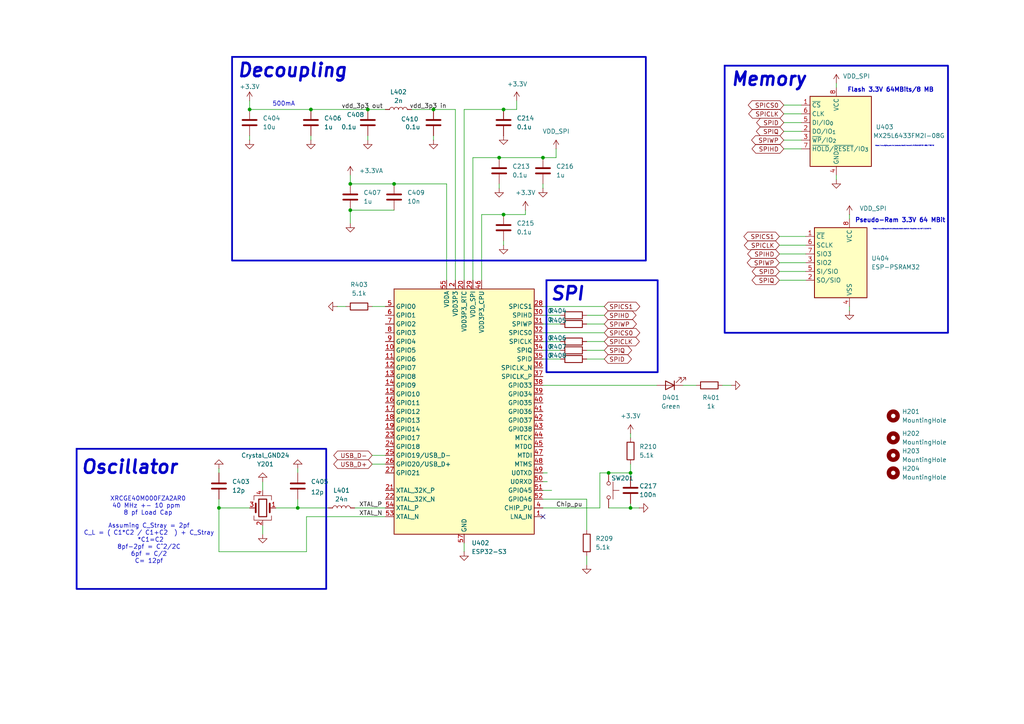
<source format=kicad_sch>
(kicad_sch (version 20250114) (generator "eeschema") (generator_version "9.0")
  (paper "A4")
  (lib_symbols
    (symbol "Device:C" (pin_numbers (hide yes)) (pin_names (offset 0.254))
      (property "Reference" "C" (at 0.635 2.54 0))
      (property "Value" "C" (at 0.635 -2.54 0))
      (symbol "C_0_1"
        (polyline (pts (xy -2.032 0.762) (xy 2.032 0.762)) (stroke (width 0.508)))
        (polyline (pts (xy -2.032 -0.762) (xy 2.032 -0.762)) (stroke (width 0.508)))
      )
      (symbol "C_1_1"
        (pin passive line (at 0 3.81 270) (length 2.794) (name "~") (number "1"))
        (pin passive line (at 0 -3.81 90) (length 2.794) (name "~") (number "2"))
      )
    )
    (symbol "Device:Crystal_GND24" (pin_names (offset 1.016) (hide yes))
      (property "Reference" "Y" (at 3.175 5.08 0))
      (property "Value" "Crystal_GND24" (at 3.175 3.175 0))
      (symbol "Crystal_GND24_0_1"
        (polyline (pts (xy -2.54 2.286) (xy -2.54 3.556) (xy 2.54 3.556) (xy 2.54 2.286)))
        (polyline (pts (xy -2.54 0) (xy -2.032 0)))
        (polyline (pts (xy -2.54 -2.286) (xy -2.54 -3.556) (xy 2.54 -3.556) (xy 2.54 -2.286)))
        (polyline (pts (xy -2.032 -1.27) (xy -2.032 1.27)) (stroke (width 0.508)))
        (rectangle (start -1.143 2.54) (end 1.143 -2.54) (stroke (width 0.3048)))
        (polyline (pts (xy 0 3.556) (xy 0 3.81)))
        (polyline (pts (xy 0 -3.81) (xy 0 -3.556)))
        (polyline (pts (xy 2.032 0) (xy 2.54 0)))
        (polyline (pts (xy 2.032 -1.27) (xy 2.032 1.27)) (stroke (width 0.508)))
      )
      (symbol "Crystal_GND24_1_1"
        (pin passive line (at -3.81 0 0) (length 1.27) (name "1") (number "1"))
        (pin passive line (at 0 5.08 270) (length 1.27) (name "2") (number "2"))
        (pin passive line (at 0 -5.08 90) (length 1.27) (name "4") (number "4"))
        (pin passive line (at 3.81 0 180) (length 1.27) (name "3") (number "3"))
      )
    )
    (symbol "Device:L" (pin_numbers (hide yes)) (pin_names (offset 1.016) (hide yes))
      (property "Reference" "L" (at -1.27 0 90))
      (property "Value" "L" (at 1.905 0 90))
      (symbol "L_0_1"
        (arc (start 0 2.54) (mid 0.6323 1.905) (end 0 1.27))
        (arc (start 0 1.27) (mid 0.6323 0.635) (end 0 0))
        (arc (start 0 0) (mid 0.6323 -0.635) (end 0 -1.27))
        (arc (start 0 -1.27) (mid 0.6323 -1.905) (end 0 -2.54))
      )
      (symbol "L_1_1"
        (pin passive line (at 0 3.81 270) (length 1.27) (name "1") (number "1"))
        (pin passive line (at 0 -3.81 90) (length 1.27) (name "2") (number "2"))
      )
    )
    (symbol "Device:LED" (pin_numbers (hide yes)) (pin_names (offset 1.016) (hide yes))
      (property "Reference" "D" (at 0 2.54 0))
      (property "Value" "LED" (at 0 -2.54 0))
      (symbol "LED_0_1"
        (polyline (pts (xy -3.048 -0.762) (xy -4.572 -2.286) (xy -3.81 -2.286) (xy -4.572 -2.286) (xy -4.572 -1.524)))
        (polyline (pts (xy -1.778 -0.762) (xy -3.302 -2.286) (xy -2.54 -2.286) (xy -3.302 -2.286) (xy -3.302 -1.524)))
        (polyline (pts (xy -1.27 0) (xy 1.27 0)))
        (polyline (pts (xy -1.27 -1.27) (xy -1.27 1.27)) (stroke (width 0.254)))
        (polyline (pts (xy 1.27 -1.27) (xy 1.27 1.27) (xy -1.27 0) (xy 1.27 -1.27)) (stroke (width 0.254)))
      )
      (symbol "LED_1_1"
        (pin passive line (at -3.81 0 0) (length 2.54) (name "K") (number "1"))
        (pin passive line (at 3.81 0 180) (length 2.54) (name "A") (number "2"))
      )
    )
    (symbol "Device:R" (pin_numbers (hide yes)) (pin_names (offset 0))
      (property "Reference" "R" (at 2.032 0 90))
      (property "Value" "R" (at 0 0 90))
      (symbol "R_0_1"
        (rectangle (start -1.016 -2.54) (end 1.016 2.54) (stroke (width 0.254)))
      )
      (symbol "R_1_1"
        (pin passive line (at 0 3.81 270) (length 1.27) (name "~") (number "1"))
        (pin passive line (at 0 -3.81 90) (length 1.27) (name "~") (number "2"))
      )
    )
    (symbol "MCU_Espressif:ESP32-S3"
      (property "Reference" "U" (at 10.16 -38.1 0))
      (property "Value" "ESP32-S3" (at 13.97 -40.64 0))
      (symbol "ESP32-S3_0_1"
        (rectangle (start -20.32 35.56) (end 20.32 -35.56) (stroke (width 0.254)) (fill (type background)))
      )
      (symbol "ESP32-S3_1_0"
        (pin passive line (at -5.08 38.1 270) (length 2.54) (hide yes) (name "VDDA") (number "56"))
        (pin bidirectional line (at 22.86 12.7 180) (length 2.54) (name "SPICLK_N") (number "36"))
        (pin bidirectional line (at 22.86 -10.16 180) (length 2.54) (name "MTDO") (number "45"))
        (pin bidirectional line (at 22.86 -22.86 180) (length 2.54) (name "GPIO45") (number "51"))
      )
      (symbol "ESP32-S3_1_1"
        (pin bidirectional line (at -22.86 30.48 0) (length 2.54) (name "GPIO0") (number "5"))
        (pin bidirectional line (at -22.86 27.94 0) (length 2.54) (name "GPIO1") (number "6"))
        (pin bidirectional line (at -22.86 25.4 0) (length 2.54) (name "GPIO2") (number "7"))
        (pin bidirectional line (at -22.86 22.86 0) (length 2.54) (name "GPIO3") (number "8"))
        (pin bidirectional line (at -22.86 20.32 0) (length 2.54) (name "GPIO4") (number "9"))
        (pin bidirectional line (at -22.86 17.78 0) (length 2.54) (name "GPIO5") (number "10"))
        (pin bidirectional line (at -22.86 15.24 0) (length 2.54) (name "GPIO6") (number "11"))
        (pin bidirectional line (at -22.86 12.7 0) (length 2.54) (name "GPIO7") (number "12"))
        (pin bidirectional line (at -22.86 10.16 0) (length 2.54) (name "GPIO8") (number "13"))
        (pin bidirectional line (at -22.86 7.62 0) (length 2.54) (name "GPIO9") (number "14"))
        (pin bidirectional line (at -22.86 5.08 0) (length 2.54) (name "GPIO10") (number "15"))
        (pin bidirectional line (at -22.86 2.54 0) (length 2.54) (name "GPIO11") (number "16"))
        (pin bidirectional line (at -22.86 0 0) (length 2.54) (name "GPIO12") (number "17"))
        (pin bidirectional line (at -22.86 -2.54 0) (length 2.54) (name "GPIO13") (number "18"))
        (pin bidirectional line (at -22.86 -5.08 0) (length 2.54) (name "GPIO14") (number "19"))
        (pin bidirectional line (at -22.86 -7.62 0) (length 2.54) (name "GPIO17") (number "23"))
        (pin bidirectional line (at -22.86 -10.16 0) (length 2.54) (name "GPIO18") (number "24"))
        (pin bidirectional line (at -22.86 -12.7 0) (length 2.54) (name "GPIO19/USB_D-") (number "25"))
        (pin bidirectional line (at -22.86 -15.24 0) (length 2.54) (name "GPIO20/USB_D+") (number "26"))
        (pin bidirectional line (at -22.86 -17.78 0) (length 2.54) (name "GPIO21") (number "27"))
        (pin passive line (at -22.86 -22.86 0) (length 2.54) (name "XTAL_32K_P") (number "21"))
        (pin passive line (at -22.86 -25.4 0) (length 2.54) (name "XTAL_32K_N") (number "22"))
        (pin input line (at -22.86 -27.94 0) (length 2.54) (name "XTAL_P") (number "54"))
        (pin output line (at -22.86 -30.48 0) (length 2.54) (name "XTAL_N") (number "53"))
        (pin power_in line (at -5.08 38.1 270) (length 2.54) (name "VDDA") (number "55"))
        (pin power_in line (at -2.54 38.1 270) (length 2.54) (name "VDD3P3") (number "2"))
        (pin passive line (at -2.54 38.1 270) (length 2.54) (hide yes) (name "VDD3P3") (number "3"))
        (pin power_in line (at 0 38.1 270) (length 2.54) (name "VDD3P3_RTC") (number "20"))
        (pin power_in line (at 0 -38.1 90) (length 2.54) (name "GND") (number "57"))
        (pin power_in line (at 2.54 38.1 270) (length 2.54) (name "VDD_SPI") (number "29"))
        (pin power_in line (at 5.08 38.1 270) (length 2.54) (name "VDD3P3_CPU") (number "46"))
        (pin bidirectional line (at 22.86 30.48 180) (length 2.54) (name "SPICS1") (number "28"))
        (pin bidirectional line (at 22.86 27.94 180) (length 2.54) (name "SPIHD") (number "30"))
        (pin bidirectional line (at 22.86 25.4 180) (length 2.54) (name "SPIWP") (number "31"))
        (pin bidirectional line (at 22.86 22.86 180) (length 2.54) (name "SPICS0") (number "32"))
        (pin bidirectional line (at 22.86 20.32 180) (length 2.54) (name "SPICLK") (number "33"))
        (pin bidirectional line (at 22.86 17.78 180) (length 2.54) (name "SPIQ") (number "34"))
        (pin bidirectional line (at 22.86 15.24 180) (length 2.54) (name "SPID") (number "35"))
        (pin bidirectional line (at 22.86 10.16 180) (length 2.54) (name "SPICLK_P") (number "37"))
        (pin bidirectional line (at 22.86 7.62 180) (length 2.54) (name "GPIO33") (number "38"))
        (pin bidirectional line (at 22.86 5.08 180) (length 2.54) (name "GPIO34") (number "39"))
        (pin bidirectional line (at 22.86 2.54 180) (length 2.54) (name "GPIO35") (number "40"))
        (pin bidirectional line (at 22.86 0 180) (length 2.54) (name "GPIO36") (number "41"))
        (pin bidirectional line (at 22.86 -2.54 180) (length 2.54) (name "GPIO37") (number "42"))
        (pin bidirectional line (at 22.86 -5.08 180) (length 2.54) (name "GPIO38") (number "43"))
        (pin bidirectional line (at 22.86 -7.62 180) (length 2.54) (name "MTCK") (number "44"))
        (pin bidirectional line (at 22.86 -12.7 180) (length 2.54) (name "MTDI") (number "47"))
        (pin bidirectional line (at 22.86 -15.24 180) (length 2.54) (name "MTMS") (number "48"))
        (pin bidirectional line (at 22.86 -17.78 180) (length 2.54) (name "U0TXD") (number "49"))
        (pin bidirectional line (at 22.86 -20.32 180) (length 2.54) (name "U0RXD") (number "50"))
        (pin bidirectional line (at 22.86 -25.4 180) (length 2.54) (name "GPIO46") (number "52"))
        (pin input line (at 22.86 -27.94 180) (length 2.54) (name "CHIP_PU") (number "4"))
        (pin bidirectional line (at 22.86 -30.48 180) (length 2.54) (name "LNA_IN") (number "1"))
      )
    )
    (symbol "Mechanical:MountingHole" (pin_names (offset 1.016)) (in_bom no)
      (property "Reference" "H" (at 0 5.08 0))
      (property "Value" "MountingHole" (at 0 3.175 0))
      (symbol "MountingHole_0_1"
        (circle (center 0 0) (radius 1.27) (stroke (width 1.27)))
      )
    )
    (symbol "Memory_Flash:W25Q32JVSS"
      (property "Reference" "U" (at -6.35 11.43 0))
      (property "Value" "W25Q32JVSS" (at 7.62 11.43 0))
      (symbol "W25Q32JVSS_0_1"
        (rectangle (start -7.62 10.16) (end 10.16 -10.16) (stroke (width 0.254)) (fill (type background)))
      )
      (symbol "W25Q32JVSS_1_1"
        (pin input line (at -10.16 7.62 0) (length 2.54) (name "~{CS}") (number "1"))
        (pin input line (at -10.16 5.08 0) (length 2.54) (name "CLK") (number "6"))
        (pin bidirectional line (at -10.16 2.54 0) (length 2.54) (name "DI/IO_{0}") (number "5"))
        (pin bidirectional line (at -10.16 0 0) (length 2.54) (name "DO/IO_{1}") (number "2"))
        (pin bidirectional line (at -10.16 -2.54 0) (length 2.54) (name "~{WP}/IO_{2}") (number "3"))
        (pin bidirectional line (at -10.16 -5.08 0) (length 2.54) (name "~{HOLD}/~{RESET}/IO_{3}") (number "7"))
        (pin power_in line (at 0 12.7 270) (length 2.54) (name "VCC") (number "8"))
        (pin power_in line (at 0 -12.7 90) (length 2.54) (name "GND") (number "4"))
      )
    )
    (symbol "Memory_RAM:ESP-PSRAM32"
      (property "Reference" "U" (at 3.81 11.43 0))
      (property "Value" "ESP-PSRAM32" (at -1.27 -11.43 0))
      (symbol "ESP-PSRAM32_0_1"
        (rectangle (start -7.62 10.16) (end 7.62 -10.16) (stroke (width 0.254)) (fill (type background)))
      )
      (symbol "ESP-PSRAM32_1_1"
        (pin power_in line (at -2.54 12.7 270) (length 2.54) (name "VCC") (number "8"))
        (pin power_in line (at -2.54 -12.7 90) (length 2.54) (name "VSS") (number "4"))
        (pin input line (at 10.16 7.62 180) (length 2.54) (name "~{CE}") (number "1"))
        (pin output line (at 10.16 5.08 180) (length 2.54) (name "SCLK") (number "6"))
        (pin bidirectional line (at 10.16 2.54 180) (length 2.54) (name "SIO3") (number "7"))
        (pin bidirectional line (at 10.16 0 180) (length 2.54) (name "SIO2") (number "3"))
        (pin input line (at 10.16 -2.54 180) (length 2.54) (name "SI/SIO") (number "5"))
        (pin output line (at 10.16 -5.08 180) (length 2.54) (name "SO/SIO") (number "2"))
      )
    )
    (symbol "Switch:SW_Push" (pin_numbers (hide yes)) (pin_names (offset 1.016) (hide yes))
      (property "Reference" "SW" (at 1.27 2.54 0))
      (property "Value" "SW_Push" (at 0 -1.524 0))
      (symbol "SW_Push_0_1"
        (circle (center -2.032 0) (radius 0.508))
        (polyline (pts (xy 0 1.27) (xy 0 3.048)))
        (circle (center 2.032 0) (radius 0.508))
        (polyline (pts (xy 2.54 1.27) (xy -2.54 1.27)))
        (pin passive line (at -5.08 0 0) (length 2.54) (name "1") (number "1"))
        (pin passive line (at 5.08 0 180) (length 2.54) (name "2") (number "2"))
      )
    )
    (symbol "power:+3.3V" (power) (pin_numbers (hide yes)) (pin_names (offset 0) (hide yes))
      (property "Value" "+3.3V" (at 0 3.556 0))
      (symbol "+3.3V_0_1"
        (polyline (pts (xy -0.762 1.27) (xy 0 2.54)))
        (polyline (pts (xy 0 2.54) (xy 0.762 1.27)))
        (polyline (pts (xy 0 0) (xy 0 2.54)))
      )
      (symbol "+3.3V_1_1"
        (pin power_in line (at 0 0 90) (length 0) (name "~") (number "1"))
      )
    )
    (symbol "power:GND" (power) (pin_numbers (hide yes)) (pin_names (offset 0) (hide yes))
      (property "Value" "GND" (at 0 -3.81 0))
      (symbol "GND_0_1"
        (polyline (pts (xy 0 0) (xy 0 -1.27) (xy 1.27 -1.27) (xy 0 -2.54) (xy -1.27 -1.27) (xy 0 -1.27)))
      )
      (symbol "GND_1_1"
        (pin power_in line (at 0 0 270) (length 0) (name "~") (number "1"))
      )
    )
    (symbol "power:VBUS" (power) (pin_numbers (hide yes)) (pin_names (offset 0) (hide yes))
      (property "Value" "VBUS" (at 0 3.556 0))
      (symbol "VBUS_0_1"
        (polyline (pts (xy -0.762 1.27) (xy 0 2.54)))
        (polyline (pts (xy 0 2.54) (xy 0.762 1.27)))
        (polyline (pts (xy 0 0) (xy 0 2.54)))
      )
      (symbol "VBUS_1_1"
        (pin power_in line (at 0 0 90) (length 0) (name "~") (number "1"))
      )
    )
  )
  (rectangle (start 158.496 81.28) (end 190.754 107.95) (stroke (width 0.508)))
  (rectangle (start 67.31 16.51) (end 187.325 75.565) (stroke (width 0.508)))
  (rectangle (start 210.185 19.05) (end 274.955 96.52) (stroke (width 0.508)))
  (rectangle (start 22.225 130.175) (end 94.615 170.815) (stroke (width 0.508)))
  (text "Pseudo-Ram 3.3V 64 MBit\n\n\n" (at 261.112 66.04 0) (effects (font (size 1.27 1.27) (thickness 0.254) (bold yes))))
  (text "Oscillator\n" (at 37.592 135.636 0) (effects (font (size 3.81 3.81) (thickness 0.762) (bold yes) (italic yes))))
  (text "Flash 3.3V 64MBits/8 MB\n" (at 258.318 26.162 0) (effects (font (size 1.27 1.27) (thickness 0.254) (bold yes))))
  (text "Memory\n" (at 223.012 23.114 0) (effects (font (size 3.81 3.81) (thickness 0.762) (bold yes) (italic yes))))
  (text "https://www.digikey.com/en/products/detail/macronix/MX25L6433FM2I-08G/7796740" (at 262.382 42.418 0) (effects (font (size 0.254 0.254))))
  (text "Assuming C_Stray = 2pf \nC_L = ( C1*C2 / C1+C2  ) + C_Stray \n*C1=C2\n8pf-2pf = C^2/2C \n6pf = C/2 \nC= 12pf " (at 43.688 157.734 0) (effects (font (size 1.27 1.27))))
  (text "XRCGE40M000FZA2AR0\n40 MHz +- 10 ppm \n8 pf Load Cap\n" (at 42.926 146.812 0) (effects (font (size 1.27 1.27))))
  (text "https://www.digikey.com/en/products/detail/adafruit-industries-llc/4677/13148775" (at 261.62 66.548 0) (effects (font (size 0.254 0.254))))
  (text "500mA\n" (at 82.296 30.226 0) (effects (font (size 1.27 1.27))))
  (text "Decoupling\n" (at 84.836 20.574 0) (effects (font (size 3.81 3.81) (thickness 0.762) (bold yes) (italic yes))))
  (text "SPI" (at 164.592 85.344 0) (effects (font (size 3.81 3.81) (thickness 0.762) (bold yes) (italic yes))))
  (junction (at 72.39 31.75))
  (junction (at 106.68 31.75))
  (junction (at 176.53 137.16))
  (junction (at 114.3 53.34))
  (junction (at 125.73 31.75))
  (junction (at 182.88 137.16))
  (junction (at 90.17 31.75))
  (junction (at 63.5 147.32))
  (junction (at 101.6 53.34))
  (junction (at 146.05 31.75))
  (junction (at 101.6 60.96))
  (junction (at 157.48 45.72))
  (junction (at 144.78 45.72))
  (junction (at 86.36 147.32))
  (junction (at 146.05 62.23))
  (junction (at 182.88 147.32))
  (no_connect (at 157.48 149.86))
  (wire (pts (xy 227.33 30.48) (xy 232.41 30.48)))
  (wire (pts (xy 107.95 132.08) (xy 111.76 132.08)))
  (wire (pts (xy 182.88 125.73) (xy 182.88 127)))
  (wire (pts (xy 170.18 104.14) (xy 175.26 104.14)))
  (wire (pts (xy 176.53 137.16) (xy 182.88 137.16)))
  (wire (pts (xy 227.33 38.1) (xy 232.41 38.1)))
  (wire (pts (xy 149.86 29.21) (xy 149.86 31.75)))
  (wire (pts (xy 152.4 60.96) (xy 152.4 62.23)))
  (wire (pts (xy 227.33 35.56) (xy 232.41 35.56)))
  (wire (pts (xy 246.38 62.23) (xy 246.38 63.5)))
  (wire (pts (xy 182.88 137.16) (xy 182.88 138.43)))
  (wire (pts (xy 170.18 101.6) (xy 175.26 101.6)))
  (wire (pts (xy 111.76 149.86) (xy 88.9 149.86)))
  (wire (pts (xy 157.48 104.14) (xy 162.56 104.14)))
  (wire (pts (xy 107.95 134.62) (xy 111.76 134.62)))
  (wire (pts (xy 157.48 147.32) (xy 173.99 147.32)))
  (wire (pts (xy 111.76 31.75) (xy 106.68 31.75)))
  (wire (pts (xy 63.5 160.02) (xy 63.5 147.32)))
  (wire (pts (xy 102.87 147.32) (xy 111.76 147.32)))
  (wire (pts (xy 101.6 53.34) (xy 114.3 53.34)))
  (wire (pts (xy 146.05 62.23) (xy 152.4 62.23)))
  (wire (pts (xy 101.6 60.96) (xy 114.3 60.96)))
  (wire (pts (xy 170.18 93.98) (xy 175.26 93.98)))
  (wire (pts (xy 176.53 147.32) (xy 182.88 147.32)))
  (wire (pts (xy 226.06 73.66) (xy 233.68 73.66)))
  (wire (pts (xy 157.48 91.44) (xy 162.56 91.44)))
  (wire (pts (xy 149.86 31.75) (xy 146.05 31.75)))
  (wire (pts (xy 132.08 31.75) (xy 132.08 81.28)))
  (wire (pts (xy 226.06 71.12) (xy 233.68 71.12)))
  (wire (pts (xy 173.99 137.16) (xy 173.99 147.32)))
  (wire (pts (xy 63.5 137.16) (xy 63.5 135.89)))
  (wire (pts (xy 97.79 88.9) (xy 100.33 88.9)))
  (wire (pts (xy 226.06 76.2) (xy 233.68 76.2)))
  (wire (pts (xy 63.5 147.32) (xy 72.39 147.32)))
  (wire (pts (xy 86.36 147.32) (xy 80.01 147.32)))
  (wire (pts (xy 134.62 81.28) (xy 134.62 31.75)))
  (wire (pts (xy 242.57 50.8) (xy 242.57 52.07)))
  (wire (pts (xy 134.62 31.75) (xy 146.05 31.75)))
  (wire (pts (xy 134.62 157.48) (xy 134.62 160.02)))
  (wire (pts (xy 201.93 111.76) (xy 198.12 111.76)))
  (wire (pts (xy 209.55 111.76) (xy 212.09 111.76)))
  (wire (pts (xy 106.68 31.75) (xy 90.17 31.75)))
  (wire (pts (xy 86.36 144.78) (xy 86.36 147.32)))
  (wire (pts (xy 157.48 93.98) (xy 162.56 93.98)))
  (wire (pts (xy 107.95 88.9) (xy 111.76 88.9)))
  (wire (pts (xy 157.48 139.7) (xy 158.75 139.7)))
  (wire (pts (xy 90.17 39.37) (xy 90.17 40.64)))
  (wire (pts (xy 106.68 39.37) (xy 106.68 40.64)))
  (wire (pts (xy 72.39 29.21) (xy 72.39 31.75)))
  (wire (pts (xy 86.36 147.32) (xy 95.25 147.32)))
  (wire (pts (xy 76.2 154.94) (xy 76.2 152.4)))
  (wire (pts (xy 88.9 160.02) (xy 63.5 160.02)))
  (wire (pts (xy 182.88 146.05) (xy 182.88 147.32)))
  (wire (pts (xy 226.06 68.58) (xy 233.68 68.58)))
  (wire (pts (xy 101.6 64.77) (xy 101.6 60.96)))
  (wire (pts (xy 242.57 24.13) (xy 242.57 25.4)))
  (wire (pts (xy 157.48 53.34) (xy 157.48 54.61)))
  (wire (pts (xy 170.18 161.29) (xy 170.18 163.83)))
  (wire (pts (xy 137.16 45.72) (xy 137.16 81.28)))
  (wire (pts (xy 144.78 53.34) (xy 144.78 54.61)))
  (wire (pts (xy 170.18 91.44) (xy 175.26 91.44)))
  (wire (pts (xy 129.54 53.34) (xy 129.54 81.28)))
  (wire (pts (xy 101.6 50.8) (xy 101.6 53.34)))
  (wire (pts (xy 76.2 142.24) (xy 76.2 139.7)))
  (wire (pts (xy 226.06 78.74) (xy 233.68 78.74)))
  (wire (pts (xy 157.48 144.78) (xy 170.18 144.78)))
  (wire (pts (xy 63.5 144.78) (xy 63.5 147.32)))
  (wire (pts (xy 161.29 43.18) (xy 161.29 45.72)))
  (wire (pts (xy 246.38 88.9) (xy 246.38 90.17)))
  (wire (pts (xy 157.48 111.76) (xy 190.5 111.76)))
  (wire (pts (xy 125.73 39.37) (xy 125.73 40.64)))
  (wire (pts (xy 157.48 45.72) (xy 144.78 45.72)))
  (wire (pts (xy 86.36 137.16) (xy 86.36 135.89)))
  (wire (pts (xy 144.78 45.72) (xy 137.16 45.72)))
  (wire (pts (xy 139.7 62.23) (xy 139.7 81.28)))
  (wire (pts (xy 72.39 39.37) (xy 72.39 40.64)))
  (wire (pts (xy 182.88 134.62) (xy 182.88 137.16)))
  (wire (pts (xy 88.9 149.86) (xy 88.9 160.02)))
  (wire (pts (xy 157.48 45.72) (xy 161.29 45.72)))
  (wire (pts (xy 227.33 40.64) (xy 232.41 40.64)))
  (wire (pts (xy 170.18 144.78) (xy 170.18 153.67)))
  (wire (pts (xy 146.05 69.85) (xy 146.05 71.12)))
  (wire (pts (xy 226.06 81.28) (xy 233.68 81.28)))
  (wire (pts (xy 157.48 88.9) (xy 175.26 88.9)))
  (wire (pts (xy 125.73 31.75) (xy 132.08 31.75)))
  (wire (pts (xy 227.33 33.02) (xy 232.41 33.02)))
  (wire (pts (xy 170.18 99.06) (xy 175.26 99.06)))
  (wire (pts (xy 227.33 43.18) (xy 232.41 43.18)))
  (wire (pts (xy 119.38 31.75) (xy 125.73 31.75)))
  (wire (pts (xy 157.48 99.06) (xy 162.56 99.06)))
  (wire (pts (xy 114.3 53.34) (xy 129.54 53.34)))
  (wire (pts (xy 157.48 96.52) (xy 175.26 96.52)))
  (wire (pts (xy 185.42 147.32) (xy 182.88 147.32)))
  (wire (pts (xy 176.53 137.16) (xy 173.99 137.16)))
  (wire (pts (xy 157.48 142.24) (xy 160.02 142.24)))
  (wire (pts (xy 90.17 31.75) (xy 72.39 31.75)))
  (wire (pts (xy 157.48 137.16) (xy 158.75 137.16)))
  (wire (pts (xy 139.7 62.23) (xy 146.05 62.23)))
  (wire (pts (xy 157.48 101.6) (xy 162.56 101.6)))
  (label "XTAL_N" (at 104.14 149.86 0))
  (label "Chip_pu" (at 161.29 147.32 0))
  (label "vdd_3p3 out" (at 99.06 31.75 0))
  (label "vdd_3p3 in" (at 129.54 31.75 180))
  (label "XTAL_P" (at 104.14 147.32 0))
  (global_label "USB_D-" (shape bidirectional) (at 107.95 132.08 180) (property "Intersheetrefs" "${INTERSHEET_REFS}" (effects (hide yes))))
  (global_label "SPICS0" (shape bidirectional) (at 175.26 96.52 0) (property "Intersheetrefs" "${INTERSHEET_REFS}" (effects (hide yes))))
  (global_label "SPICLK" (shape bidirectional) (at 226.06 71.12 180) (property "Intersheetrefs" "${INTERSHEET_REFS}" (effects (hide yes))))
  (global_label "SPIHD" (shape bidirectional) (at 226.06 73.66 180) (property "Intersheetrefs" "${INTERSHEET_REFS}" (effects (hide yes))))
  (global_label "SPID" (shape bidirectional) (at 175.26 104.14 0) (property "Intersheetrefs" "${INTERSHEET_REFS}" (effects (hide yes))))
  (global_label "SPID" (shape bidirectional) (at 226.06 78.74 180) (property "Intersheetrefs" "${INTERSHEET_REFS}" (effects (hide yes))))
  (global_label "SPICS1" (shape bidirectional) (at 175.26 88.9 0) (property "Intersheetrefs" "${INTERSHEET_REFS}" (effects (hide yes))))
  (global_label "SPIHD" (shape bidirectional) (at 175.26 91.44 0) (property "Intersheetrefs" "${INTERSHEET_REFS}" (effects (hide yes))))
  (global_label "SPICLK" (shape bidirectional) (at 227.33 33.02 180) (property "Intersheetrefs" "${INTERSHEET_REFS}" (effects (hide yes))))
  (global_label "SPICS1" (shape bidirectional) (at 226.06 68.58 180) (property "Intersheetrefs" "${INTERSHEET_REFS}" (effects (hide yes))))
  (global_label "SPIQ" (shape bidirectional) (at 175.26 101.6 0) (property "Intersheetrefs" "${INTERSHEET_REFS}" (effects (hide yes))))
  (global_label "SPID" (shape bidirectional) (at 227.33 35.56 180) (property "Intersheetrefs" "${INTERSHEET_REFS}" (effects (hide yes))))
  (global_label "SPIWP" (shape bidirectional) (at 226.06 76.2 180) (property "Intersheetrefs" "${INTERSHEET_REFS}" (effects (hide yes))))
  (global_label "SPIWP" (shape bidirectional) (at 175.26 93.98 0) (property "Intersheetrefs" "${INTERSHEET_REFS}" (effects (hide yes))))
  (global_label "SPIWP" (shape bidirectional) (at 227.33 40.64 180) (property "Intersheetrefs" "${INTERSHEET_REFS}" (effects (hide yes))))
  (global_label "SPIQ" (shape bidirectional) (at 227.33 38.1 180) (property "Intersheetrefs" "${INTERSHEET_REFS}" (effects (hide yes))))
  (global_label "SPICLK" (shape bidirectional) (at 175.26 99.06 0) (property "Intersheetrefs" "${INTERSHEET_REFS}" (effects (hide yes))))
  (global_label "SPICS0" (shape bidirectional) (at 227.33 30.48 180) (property "Intersheetrefs" "${INTERSHEET_REFS}" (effects (hide yes))))
  (global_label "SPIQ" (shape bidirectional) (at 226.06 81.28 180) (property "Intersheetrefs" "${INTERSHEET_REFS}" (effects (hide yes))))
  (global_label "SPIHD" (shape bidirectional) (at 227.33 43.18 180) (property "Intersheetrefs" "${INTERSHEET_REFS}" (effects (hide yes))))
  (global_label "USB_D+" (shape bidirectional) (at 107.95 134.62 180) (property "Intersheetrefs" "${INTERSHEET_REFS}" (effects (hide yes))))
  (symbol (lib_id "Device:C") (at 157.48 49.53 0) (unit 1)
    (property "Reference" "C216" (at 161.29 48.2599 0) (effects (justify left)))
    (property "Value" "1u" (at 161.29 50.7999 0) (effects (justify left)))
    (property "Footprint" "Capacitor_SMD:C_0603_1608Metric_Pad1.08x0.95mm_HandSolder" (effects (hide yes)))
    (property "Description" "Unpolarized capacitor" (effects (hide yes)))
  )
  (symbol (lib_id "power:GND") (at 125.73 40.64 0) (unit 1)
    (property "Reference" "#PWR0419" (effects (hide yes)))
    (property "Value" "GND" (effects (hide yes)))
    (property "Description" "Power symbol creates a global label with name \"GND\" , ground" (effects (hide yes)))
  )
  (symbol (lib_id "power:GND") (at 76.2 154.94 0) (unit 1)
    (property "Reference" "#PWR0412" (effects (hide yes)))
    (property "Value" "GND" (effects (hide yes)))
    (property "Description" "Power symbol creates a global label with name \"GND\" , ground" (effects (hide yes)))
  )
  (symbol (lib_id "Device:R") (at 104.14 88.9 90) (unit 1)
    (property "Reference" "R403" (at 104.14 82.55 90))
    (property "Value" "5.1k" (at 104.14 85.09 90))
    (property "Footprint" "Resistor_SMD:R_0402_1005Metric_Pad0.72x0.64mm_HandSolder" (effects (hide yes)))
    (property "Description" "Resistor" (effects (hide yes)))
  )
  (symbol (lib_id "power:GND") (at 72.39 40.64 0) (unit 1)
    (property "Reference" "#PWR0409" (effects (hide yes)))
    (property "Value" "GND" (effects (hide yes)))
    (property "Description" "Power symbol creates a global label with name \"GND\" , ground" (effects (hide yes)))
  )
  (symbol (lib_id "Device:C") (at 86.36 140.97 180) (unit 1)
    (property "Reference" "C405" (at 90.17 139.6999 0) (effects (justify right)))
    (property "Value" "12p" (at 90.17 142.748 0) (effects (justify right)))
    (property "Footprint" "Capacitor_SMD:C_0402_1005Metric_Pad0.74x0.62mm_HandSolder" (effects (hide yes)))
    (property "Description" "Unpolarized capacitor" (effects (hide yes)))
  )
  (symbol (lib_id "Mechanical:MountingHole") (at 259.08 127 0) (unit 1) (in_bom no)
    (property "Reference" "H202" (at 261.62 125.7299 0) (effects (justify left)))
    (property "Value" "MountingHole" (at 261.62 128.2699 0) (effects (justify left)))
    (property "Footprint" "MountingHole:MountingHole_3.2mm_M3" (effects (hide yes)))
    (property "Description" "Mounting Hole without connection" (effects (hide yes)))
  )
  (symbol (lib_id "MCU_Espressif:ESP32-S3") (at 134.62 119.38 0) (unit 1)
    (property "Reference" "U402" (at 136.7633 157.48 0) (effects (justify left)))
    (property "Value" "ESP32-S3" (at 136.7633 160.02 0) (effects (justify left)))
    (property "Footprint" "Package_DFN_QFN:QFN-56-1EP_7x7mm_P0.4mm_EP4x4mm" (effects (hide yes)))
    (property "Datasheet" "https://www.espressif.com/sites/default/files/documentation/esp32-s3_datasheet_en.pdf" (effects (hide yes)))
    (property "Description" "Microcontroller, Wi-Fi 802.11b/g/n, Bluetooth, 32bit" (effects (hide yes)))
  )
  (symbol (lib_id "Device:C") (at 144.78 49.53 0) (unit 1)
    (property "Reference" "C213" (at 148.59 48.2599 0) (effects (justify left)))
    (property "Value" "0.1u" (at 148.59 50.7999 0) (effects (justify left)))
    (property "Footprint" "Capacitor_SMD:C_0402_1005Metric_Pad0.74x0.62mm_HandSolder" (effects (hide yes)))
    (property "Description" "Unpolarized capacitor" (effects (hide yes)))
  )
  (symbol (lib_id "Device:R") (at 166.37 99.06 90) (unit 1)
    (property "Reference" "R406" (at 161.798 98.044 90))
    (property "Value" "0" (at 159.512 98.044 90))
    (property "Footprint" "Resistor_SMD:R_0402_1005Metric_Pad0.72x0.64mm_HandSolder" (effects (hide yes)))
    (property "Description" "Resistor" (effects (hide yes)))
  )
  (symbol (lib_id "power:GND") (at 146.05 39.37 0) (unit 1)
    (property "Reference" "#PWR0422" (effects (hide yes)))
    (property "Value" "GND" (effects (hide yes)))
    (property "Description" "Power symbol creates a global label with name \"GND\" , ground" (effects (hide yes)))
  )
  (symbol (lib_id "power:GND") (at 90.17 40.64 0) (unit 1)
    (property "Reference" "#PWR0414" (effects (hide yes)))
    (property "Value" "GND" (effects (hide yes)))
    (property "Description" "Power symbol creates a global label with name \"GND\" , ground" (effects (hide yes)))
  )
  (symbol (lib_id "power:GND") (at 86.36 135.89 180) (unit 1)
    (property "Reference" "#PWR0413" (effects (hide yes)))
    (property "Value" "GND" (effects (hide yes)))
    (property "Description" "Power symbol creates a global label with name \"GND\" , ground" (effects (hide yes)))
  )
  (symbol (lib_id "Device:C") (at 182.88 142.24 0) (unit 1)
    (property "Reference" "C217" (at 185.42 140.97 0) (effects (justify left)))
    (property "Value" "100n" (at 185.42 143.51 0) (effects (justify left)))
    (property "Footprint" "Capacitor_SMD:C_0402_1005Metric_Pad0.74x0.62mm_HandSolder" (effects (hide yes)))
    (property "Description" "Unpolarized capacitor" (effects (hide yes)))
  )
  (symbol (lib_id "Device:R") (at 182.88 130.81 0) (unit 1)
    (property "Reference" "R210" (at 185.42 129.5399 0) (effects (justify left)))
    (property "Value" "5.1k" (at 185.42 132.0799 0) (effects (justify left)))
    (property "Footprint" "Resistor_SMD:R_0402_1005Metric_Pad0.72x0.64mm_HandSolder" (effects (hide yes)))
    (property "Description" "Resistor" (effects (hide yes)))
  )
  (symbol (lib_id "Switch:SW_Push") (at 176.53 142.24 270) (unit 1)
    (property "Reference" "SW201" (at 177.292 138.684 90) (effects (justify left)))
    (property "Value" "SW_Push" (effects (hide yes)))
    (property "Footprint" "Button_Switch_THT:SW_PUSH_6mm_H4.3mm" (effects (hide yes)))
    (property "Description" "Push button switch, generic, two pins" (effects (hide yes)))
  )
  (symbol (lib_id "Device:R") (at 166.37 93.98 90) (unit 1)
    (property "Reference" "R405" (at 161.798 92.964 90))
    (property "Value" "0" (at 159.512 92.71 90))
    (property "Footprint" "Resistor_SMD:R_0402_1005Metric_Pad0.72x0.64mm_HandSolder" (effects (hide yes)))
    (property "Description" "Resistor" (effects (hide yes)))
  )
  (symbol (lib_id "power:GND") (at 101.6 64.77 0) (unit 1)
    (property "Reference" "#PWR0417" (effects (hide yes)))
    (property "Value" "GND" (effects (hide yes)))
    (property "Description" "Power symbol creates a global label with name \"GND\" , ground" (effects (hide yes)))
  )
  (symbol (lib_id "Device:C") (at 146.05 35.56 0) (unit 1)
    (property "Reference" "C214" (at 149.86 34.2899 0) (effects (justify left)))
    (property "Value" "0.1u" (at 149.86 36.8299 0) (effects (justify left)))
    (property "Footprint" "Capacitor_SMD:C_0402_1005Metric_Pad0.74x0.62mm_HandSolder" (effects (hide yes)))
    (property "Description" "Unpolarized capacitor" (effects (hide yes)))
  )
  (symbol (lib_id "Device:C") (at 72.39 35.56 180) (unit 1)
    (property "Reference" "C404" (at 76.2 34.2899 0) (effects (justify right)))
    (property "Value" "10u" (at 76.2 36.8299 0) (effects (justify right)))
    (property "Footprint" "Capacitor_SMD:C_0603_1608Metric_Pad1.08x0.95mm_HandSolder" (effects (hide yes)))
    (property "Description" "Unpolarized capacitor" (effects (hide yes)))
  )
  (symbol (lib_id "power:GND") (at 76.2 139.7 180) (unit 1)
    (property "Reference" "#PWR0411" (effects (hide yes)))
    (property "Value" "GND" (effects (hide yes)))
    (property "Description" "Power symbol creates a global label with name \"GND\" , ground" (effects (hide yes)))
  )
  (symbol (lib_id "power:GND") (at 146.05 71.12 0) (unit 1)
    (property "Reference" "#PWR0423" (effects (hide yes)))
    (property "Value" "GND" (effects (hide yes)))
    (property "Description" "Power symbol creates a global label with name \"GND\" , ground" (effects (hide yes)))
  )
  (symbol (lib_id "power:+3.3V") (at 152.4 60.96 0) (unit 1)
    (property "Reference" "#PWR0425" (effects (hide yes)))
    (property "Value" "+3.3V" (at 152.4 55.88 0))
    (property "Description" "Power symbol creates a global label with name \"+3.3V\"" (effects (hide yes)))
  )
  (symbol (lib_id "power:GND") (at 185.42 147.32 90) (unit 1)
    (property "Reference" "#PWR0232" (effects (hide yes)))
    (property "Value" "GND" (effects (hide yes)))
    (property "Description" "Power symbol creates a global label with name \"GND\" , ground" (effects (hide yes)))
  )
  (symbol (lib_id "power:GND") (at 242.57 52.07 0) (unit 1)
    (property "Reference" "#PWR0234" (effects (hide yes)))
    (property "Value" "GND" (effects (hide yes)))
    (property "Description" "Power symbol creates a global label with name \"GND\" , ground" (effects (hide yes)))
  )
  (symbol (lib_id "Memory_RAM:ESP-PSRAM32") (at 243.84 76.2 0) (mirror y) (unit 1)
    (property "Reference" "U404" (at 252.73 74.9299 0) (effects (justify right)))
    (property "Value" "ESP-PSRAM32" (at 252.73 77.4699 0) (effects (justify right)))
    (property "Footprint" "Package_SO:SOIC-8_3.9x4.9mm_P1.27mm" (effects (hide yes)))
    (property "Datasheet" "https://www.espressif.com/sites/default/files/documentation/esp-psram32_datasheet_en.pdf" (effects (hide yes)))
    (property "Description" "32 Mbit serial pseudo SRAM device organized as 4Mx8 bits, 1.8 VCC, SOIC8 (SOP8)" (effects (hide yes)))
  )
  (symbol (lib_id "power:GND") (at 144.78 54.61 0) (unit 1)
    (property "Reference" "#PWR0421" (effects (hide yes)))
    (property "Value" "GND" (effects (hide yes)))
    (property "Description" "Power symbol creates a global label with name \"GND\" , ground" (effects (hide yes)))
  )
  (symbol (lib_id "power:GND") (at 157.48 54.61 0) (unit 1)
    (property "Reference" "#PWR0228" (effects (hide yes)))
    (property "Value" "GND" (effects (hide yes)))
    (property "Description" "Power symbol creates a global label with name \"GND\" , ground" (effects (hide yes)))
  )
  (symbol (lib_id "Memory_Flash:W25Q32JVSS") (at 242.57 38.1 0) (unit 1)
    (property "Reference" "U403" (at 254 36.8299 0) (effects (justify left)))
    (property "Value" "MX25L6433FM2I-08G" (at 253.238 39.37 0) (effects (justify left)))
    (property "Footprint" "Package_SO:SOIC-8_5.3x5.3mm_P1.27mm" (effects (hide yes)))
    (property "Datasheet" "http://www.winbond.com/resource-files/w25q32jv%20revg%2003272018%20plus.pdf" (effects (hide yes)))
    (property "Description" "32Mbit / 4MiB Serial Flash Memory, Standard/Dual/Quad SPI, 2.7-3.6V, SOIC-8 (208 mil)" (effects (hide yes)))
  )
  (symbol (lib_id "Device:C") (at 101.6 57.15 0) (unit 1)
    (property "Reference" "C407" (at 105.41 55.8799 0) (effects (justify left)))
    (property "Value" "1u" (at 105.41 58.4199 0) (effects (justify left)))
    (property "Footprint" "Capacitor_SMD:C_0603_1608Metric_Pad1.08x0.95mm_HandSolder" (effects (hide yes)))
    (property "Description" "Unpolarized capacitor" (effects (hide yes)))
  )
  (symbol (lib_id "Device:C") (at 146.05 66.04 0) (unit 1)
    (property "Reference" "C215" (at 149.86 64.7699 0) (effects (justify left)))
    (property "Value" "0.1u" (at 149.86 67.3099 0) (effects (justify left)))
    (property "Footprint" "Capacitor_SMD:C_0402_1005Metric_Pad0.74x0.62mm_HandSolder" (effects (hide yes)))
    (property "Description" "Unpolarized capacitor" (effects (hide yes)))
  )
  (symbol (lib_id "power:GND") (at 170.18 163.83 0) (unit 1)
    (property "Reference" "#PWR0230" (effects (hide yes)))
    (property "Value" "GND" (effects (hide yes)))
    (property "Description" "Power symbol creates a global label with name \"GND\" , ground" (effects (hide yes)))
  )
  (symbol (lib_id "power:GND") (at 212.09 111.76 90) (unit 1)
    (property "Reference" "#PWR0401" (effects (hide yes)))
    (property "Value" "GND" (effects (hide yes)))
    (property "Description" "Power symbol creates a global label with name \"GND\" , ground" (effects (hide yes)))
  )
  (symbol (lib_id "Device:R") (at 166.37 91.44 90) (unit 1)
    (property "Reference" "R404" (at 161.798 90.17 90))
    (property "Value" "0" (at 159.512 90.17 90))
    (property "Footprint" "Resistor_SMD:R_0402_1005Metric_Pad0.72x0.64mm_HandSolder" (effects (hide yes)))
    (property "Description" "Resistor" (effects (hide yes)))
  )
  (symbol (lib_id "Device:C") (at 90.17 35.56 180) (unit 1)
    (property "Reference" "C406" (at 93.98 34.2899 0) (effects (justify right)))
    (property "Value" "1u" (at 93.98 36.8299 0) (effects (justify right)))
    (property "Footprint" "Capacitor_SMD:C_0603_1608Metric_Pad1.08x0.95mm_HandSolder" (effects (hide yes)))
    (property "Description" "Unpolarized capacitor" (effects (hide yes)))
  )
  (symbol (lib_id "Device:C") (at 125.73 35.56 180) (unit 1)
    (property "Reference" "C410" (at 121.412 34.544 0) (effects (justify left)))
    (property "Value" "0.1u" (at 121.92 36.8299 0) (effects (justify left)))
    (property "Footprint" "Capacitor_SMD:C_0402_1005Metric_Pad0.74x0.62mm_HandSolder" (effects (hide yes)))
    (property "Description" "Unpolarized capacitor" (effects (hide yes)))
  )
  (symbol (lib_id "Device:Crystal_GND24") (at 76.2 147.32 180) (unit 1)
    (property "Reference" "Y201" (at 76.962 134.62 0))
    (property "Value" "Crystal_GND24" (at 76.962 132.08 0))
    (property "Footprint" "Crystal:Crystal_SMD_SeikoEpson_FA128-4Pin_2.0x1.6mm" (effects (hide yes)))
    (property "Description" "Four pin crystal, GND on pins 2 and 4" (effects (hide yes)))
  )
  (symbol (lib_id "power:GND") (at 63.5 135.89 180) (unit 1)
    (property "Reference" "#PWR0407" (effects (hide yes)))
    (property "Value" "GND" (effects (hide yes)))
    (property "Description" "Power symbol creates a global label with name \"GND\" , ground" (effects (hide yes)))
  )
  (symbol (lib_id "Device:R") (at 170.18 157.48 0) (unit 1)
    (property "Reference" "R209" (at 172.72 156.2099 0) (effects (justify left)))
    (property "Value" "5.1k" (at 172.72 158.7499 0) (effects (justify left)))
    (property "Footprint" "Resistor_SMD:R_0402_1005Metric_Pad0.72x0.64mm_HandSolder" (effects (hide yes)))
    (property "Description" "Resistor" (effects (hide yes)))
  )
  (symbol (lib_id "Mechanical:MountingHole") (at 259.08 120.65 0) (unit 1) (in_bom no)
    (property "Reference" "H201" (at 261.62 119.3799 0) (effects (justify left)))
    (property "Value" "MountingHole" (at 261.62 121.9199 0) (effects (justify left)))
    (property "Footprint" "MountingHole:MountingHole_3.2mm_M3" (effects (hide yes)))
    (property "Description" "Mounting Hole without connection" (effects (hide yes)))
  )
  (symbol (lib_id "Device:R") (at 205.74 111.76 90) (unit 1)
    (property "Reference" "R401" (at 203.708 115.316 90) (effects (justify right)))
    (property "Value" "1k" (at 204.978 117.8561 90) (effects (justify right)))
    (property "Description" "Resistor" (effects (hide yes)))
  )
  (symbol (lib_id "power:+3.3V") (at 149.86 29.21 0) (unit 1)
    (property "Reference" "#PWR0424" (effects (hide yes)))
    (property "Value" "+3.3V" (at 147.066 24.384 0) (effects (justify left)))
    (property "Description" "Power symbol creates a global label with name \"+3.3V\"" (effects (hide yes)))
  )
  (symbol (lib_id "power:VBUS") (at 246.38 62.23 0) (unit 1)
    (property "Reference" "#PWR0235" (effects (hide yes)))
    (property "Value" "VDD_SPI" (at 253.238 60.452 0))
    (property "Description" "Power symbol creates a global label with name \"VBUS\"" (effects (hide yes)))
  )
  (symbol (lib_id "Device:LED") (at 194.31 111.76 180) (unit 1)
    (property "Reference" "D401" (at 194.564 115.316 0))
    (property "Value" "Green" (at 194.564 117.856 0))
    (property "Description" "Light emitting diode" (effects (hide yes)))
    (property "Sim.Pins" "1=K 2=A" (effects (hide yes)))
  )
  (symbol (lib_id "power:+3.3V") (at 72.39 29.21 0) (unit 1)
    (property "Reference" "#PWR0408" (effects (hide yes)))
    (property "Value" "+3.3V" (at 72.39 25.146 0))
    (property "Description" "Power symbol creates a global label with name \"+3.3V\"" (effects (hide yes)))
  )
  (symbol (lib_id "Device:L") (at 99.06 147.32 90) (unit 1)
    (property "Reference" "L401" (at 99.06 142.24 90))
    (property "Value" "24n" (at 99.06 144.78 90))
    (property "Footprint" "Inductor_SMD:L_0402_1005Metric_Pad0.77x0.64mm_HandSolder" (effects (hide yes)))
    (property "Description" "Inductor" (effects (hide yes)))
  )
  (symbol (lib_id "power:GND") (at 134.62 160.02 0) (unit 1)
    (property "Reference" "#PWR0420" (effects (hide yes)))
    (property "Value" "GND" (effects (hide yes)))
    (property "Description" "Power symbol creates a global label with name \"GND\" , ground" (effects (hide yes)))
  )
  (symbol (lib_id "power:GND") (at 246.38 90.17 0) (unit 1)
    (property "Reference" "#PWR0236" (effects (hide yes)))
    (property "Value" "GND" (effects (hide yes)))
    (property "Description" "Power symbol creates a global label with name \"GND\" , ground" (effects (hide yes)))
  )
  (symbol (lib_id "Device:C") (at 63.5 140.97 180) (unit 1)
    (property "Reference" "C403" (at 67.31 139.6999 0) (effects (justify right)))
    (property "Value" "12p" (at 67.31 142.2399 0) (effects (justify right)))
    (property "Footprint" "Capacitor_SMD:C_0402_1005Metric_Pad0.74x0.62mm_HandSolder" (effects (hide yes)))
    (property "Description" "Unpolarized capacitor" (effects (hide yes)))
  )
  (symbol (lib_id "Device:L") (at 115.57 31.75 90) (unit 1)
    (property "Reference" "L402" (at 115.57 26.67 90))
    (property "Value" "2n" (at 115.57 29.21 90))
    (property "Footprint" "Inductor_SMD:L_0402_1005Metric_Pad0.77x0.64mm_HandSolder" (effects (hide yes)))
    (property "Description" "Inductor" (effects (hide yes)))
  )
  (symbol (lib_id "power:+3.3V") (at 101.6 50.8 0) (unit 1)
    (property "Reference" "#PWR0416" (effects (hide yes)))
    (property "Value" "+3.3VA" (at 104.14 49.5299 0) (effects (justify left)))
    (property "Description" "Power symbol creates a global label with name \"+3.3V\"" (effects (hide yes)))
  )
  (symbol (lib_id "Device:R") (at 166.37 101.6 90) (unit 1)
    (property "Reference" "R407" (at 161.798 100.584 90))
    (property "Value" "0" (at 159.512 100.584 90))
    (property "Footprint" "Resistor_SMD:R_0402_1005Metric_Pad0.72x0.64mm_HandSolder" (effects (hide yes)))
    (property "Description" "Resistor" (effects (hide yes)))
  )
  (symbol (lib_id "power:GND") (at 97.79 88.9 270) (unit 1)
    (property "Reference" "#PWR0415" (effects (hide yes)))
    (property "Value" "GND" (effects (hide yes)))
    (property "Description" "Power symbol creates a global label with name \"GND\" , ground" (effects (hide yes)))
  )
  (symbol (lib_id "Mechanical:MountingHole") (at 259.08 132.08 0) (unit 1) (in_bom no)
    (property "Reference" "H203" (at 261.62 130.8099 0) (effects (justify left)))
    (property "Value" "MountingHole" (at 261.62 133.3499 0) (effects (justify left)))
    (property "Footprint" "MountingHole:MountingHole_3.2mm_M3" (effects (hide yes)))
    (property "Description" "Mounting Hole without connection" (effects (hide yes)))
  )
  (symbol (lib_id "Device:C") (at 114.3 57.15 0) (unit 1)
    (property "Reference" "C409" (at 118.11 55.8799 0) (effects (justify left)))
    (property "Value" "10n" (at 118.11 58.4199 0) (effects (justify left)))
    (property "Footprint" "Capacitor_SMD:C_0402_1005Metric_Pad0.74x0.62mm_HandSolder" (effects (hide yes)))
    (property "Description" "Unpolarized capacitor" (effects (hide yes)))
  )
  (symbol (lib_id "power:VBUS") (at 161.29 43.18 0) (unit 1)
    (property "Reference" "#PWR0229" (effects (hide yes)))
    (property "Value" "VDD_SPI" (at 161.29 38.1 0))
    (property "Description" "Power symbol creates a global label with name \"VBUS\"" (effects (hide yes)))
  )
  (symbol (lib_id "power:VBUS") (at 242.57 24.13 0) (unit 1)
    (property "Reference" "#PWR0233" (effects (hide yes)))
    (property "Value" "VDD_SPI" (at 248.412 22.098 0))
    (property "Description" "Power symbol creates a global label with name \"VBUS\"" (effects (hide yes)))
  )
  (symbol (lib_id "Device:C") (at 106.68 35.56 180) (unit 1)
    (property "Reference" "C408" (at 105.664 33.274 0) (effects (justify left)))
    (property "Value" "0.1u" (at 103.378 36.8299 0) (effects (justify left)))
    (property "Footprint" "Capacitor_SMD:C_0402_1005Metric_Pad0.74x0.62mm_HandSolder" (effects (hide yes)))
    (property "Description" "Unpolarized capacitor" (effects (hide yes)))
  )
  (symbol (lib_id "power:+3.3V") (at 182.88 125.73 0) (unit 1)
    (property "Reference" "#PWR0231" (effects (hide yes)))
    (property "Value" "+3.3V" (at 182.88 120.65 0))
    (property "Description" "Power symbol creates a global label with name \"+3.3V\"" (effects (hide yes)))
  )
  (symbol (lib_id "power:GND") (at 106.68 40.64 0) (unit 1)
    (property "Reference" "#PWR0418" (effects (hide yes)))
    (property "Value" "GND" (effects (hide yes)))
    (property "Description" "Power symbol creates a global label with name \"GND\" , ground" (effects (hide yes)))
  )
  (symbol (lib_id "Device:R") (at 166.37 104.14 90) (unit 1)
    (property "Reference" "R408" (at 161.798 103.124 90))
    (property "Value" "0" (at 159.512 103.124 90))
    (property "Footprint" "Resistor_SMD:R_0402_1005Metric_Pad0.72x0.64mm_HandSolder" (effects (hide yes)))
    (property "Description" "Resistor" (effects (hide yes)))
  )
  (symbol (lib_id "Mechanical:MountingHole") (at 259.08 137.16 0) (unit 1) (in_bom no)
    (property "Reference" "H204" (at 261.62 135.8899 0) (effects (justify left)))
    (property "Value" "MountingHole" (at 261.62 138.4299 0) (effects (justify left)))
    (property "Footprint" "MountingHole:MountingHole_3.2mm_M3" (effects (hide yes)))
    (property "Description" "Mounting Hole without connection" (effects (hide yes)))
  )
)
</source>
